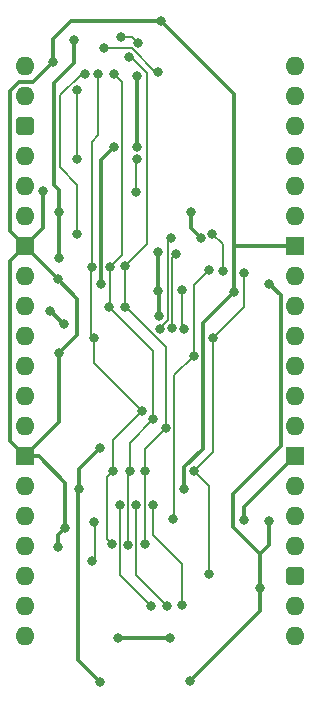
<source format=gbl>
%TF.GenerationSoftware,KiCad,Pcbnew,8.0.4*%
%TF.CreationDate,2024-08-21T09:29:20+02:00*%
%TF.ProjectId,Clock Hold Select,436c6f63-6b20-4486-9f6c-642053656c65,rev?*%
%TF.SameCoordinates,PX54c81a0PY37b6b20*%
%TF.FileFunction,Copper,L2,Bot*%
%TF.FilePolarity,Positive*%
%FSLAX46Y46*%
G04 Gerber Fmt 4.6, Leading zero omitted, Abs format (unit mm)*
G04 Created by KiCad (PCBNEW 8.0.4) date 2024-08-21 09:29:20*
%MOMM*%
%LPD*%
G01*
G04 APERTURE LIST*
G04 Aperture macros list*
%AMRoundRect*
0 Rectangle with rounded corners*
0 $1 Rounding radius*
0 $2 $3 $4 $5 $6 $7 $8 $9 X,Y pos of 4 corners*
0 Add a 4 corners polygon primitive as box body*
4,1,4,$2,$3,$4,$5,$6,$7,$8,$9,$2,$3,0*
0 Add four circle primitives for the rounded corners*
1,1,$1+$1,$2,$3*
1,1,$1+$1,$4,$5*
1,1,$1+$1,$6,$7*
1,1,$1+$1,$8,$9*
0 Add four rect primitives between the rounded corners*
20,1,$1+$1,$2,$3,$4,$5,0*
20,1,$1+$1,$4,$5,$6,$7,0*
20,1,$1+$1,$6,$7,$8,$9,0*
20,1,$1+$1,$8,$9,$2,$3,0*%
G04 Aperture macros list end*
%TA.AperFunction,ComponentPad*%
%ADD10O,1.600000X1.600000*%
%TD*%
%TA.AperFunction,ComponentPad*%
%ADD11RoundRect,0.400000X-0.400000X-0.400000X0.400000X-0.400000X0.400000X0.400000X-0.400000X0.400000X0*%
%TD*%
%TA.AperFunction,ComponentPad*%
%ADD12R,1.600000X1.600000*%
%TD*%
%TA.AperFunction,ViaPad*%
%ADD13C,0.800000*%
%TD*%
%TA.AperFunction,Conductor*%
%ADD14C,0.380000*%
%TD*%
%TA.AperFunction,Conductor*%
%ADD15C,0.200000*%
%TD*%
G04 APERTURE END LIST*
D10*
%TO.P,J1,1,Pin_1*%
%TO.N,unconnected-(J1-Pin_1-Pad1)*%
X0Y0D03*
%TO.P,J1,2,Pin_2*%
%TO.N,unconnected-(J1-Pin_2-Pad2)*%
X0Y-2540000D03*
D11*
%TO.P,J1,3,Pin_3*%
%TO.N,/5V*%
X0Y-5080000D03*
D10*
%TO.P,J1,4,Pin_4*%
%TO.N,unconnected-(J1-Pin_4-Pad4)*%
X0Y-7620000D03*
%TO.P,J1,5,Pin_5*%
%TO.N,unconnected-(J1-Pin_5-Pad5)*%
X0Y-10160000D03*
%TO.P,J1,6,Pin_6*%
%TO.N,/~{Device RAM}*%
X0Y-12700000D03*
D12*
%TO.P,J1,7,Pin_7*%
%TO.N,/GND*%
X0Y-15240000D03*
D10*
%TO.P,J1,8,Pin_8*%
%TO.N,unconnected-(J1-Pin_8-Pad8)*%
X0Y-17780000D03*
%TO.P,J1,9,Pin_9*%
%TO.N,unconnected-(J1-Pin_9-Pad9)*%
X0Y-20320000D03*
%TO.P,J1,10,Pin_10*%
%TO.N,/~{Device Registers}*%
X0Y-22860000D03*
%TO.P,J1,11,Pin_11*%
%TO.N,unconnected-(J1-Pin_11-Pad11)*%
X0Y-25400000D03*
%TO.P,J1,12,Pin_12*%
%TO.N,unconnected-(J1-Pin_12-Pad12)*%
X0Y-27940000D03*
%TO.P,J1,13,Pin_13*%
%TO.N,unconnected-(J1-Pin_13-Pad13)*%
X0Y-30480000D03*
D12*
%TO.P,J1,14,Pin_14*%
%TO.N,/GND*%
X0Y-33020000D03*
D10*
%TO.P,J1,15,Pin_15*%
%TO.N,/~{RD}*%
X0Y-35560000D03*
%TO.P,J1,16,Pin_16*%
%TO.N,/~{WD}*%
X0Y-38100000D03*
%TO.P,J1,17,Pin_17*%
%TO.N,/~{Device ROM}*%
X0Y-40640000D03*
%TO.P,J1,18,Pin_18*%
%TO.N,unconnected-(J1-Pin_18-Pad18)*%
X0Y-43180000D03*
%TO.P,J1,19,Pin_19*%
%TO.N,unconnected-(J1-Pin_19-Pad19)*%
X0Y-45720000D03*
%TO.P,J1,20,Pin_20*%
%TO.N,unconnected-(J1-Pin_20-Pad20)*%
X0Y-48260000D03*
%TO.P,J1,21,Pin_21*%
%TO.N,unconnected-(J1-Pin_21-Pad21)*%
X22860000Y-48260000D03*
%TO.P,J1,22,Pin_22*%
%TO.N,unconnected-(J1-Pin_22-Pad22)*%
X22860000Y-45720000D03*
D11*
%TO.P,J1,23,Pin_23*%
%TO.N,/5V*%
X22860000Y-43180000D03*
D10*
%TO.P,J1,24,Pin_24*%
%TO.N,unconnected-(J1-Pin_24-Pad24)*%
X22860000Y-40640000D03*
%TO.P,J1,25,Pin_25*%
%TO.N,unconnected-(J1-Pin_25-Pad25)*%
X22860000Y-38100000D03*
%TO.P,J1,26,Pin_26*%
%TO.N,unconnected-(J1-Pin_26-Pad26)*%
X22860000Y-35560000D03*
D12*
%TO.P,J1,27,Pin_27*%
%TO.N,/GND*%
X22860000Y-33020000D03*
D10*
%TO.P,J1,28,Pin_28*%
%TO.N,unconnected-(J1-Pin_28-Pad28)*%
X22860000Y-30480000D03*
%TO.P,J1,29,Pin_29*%
%TO.N,/H0*%
X22860000Y-27940000D03*
%TO.P,J1,30,Pin_30*%
%TO.N,/H1*%
X22860000Y-25400000D03*
%TO.P,J1,31,Pin_31*%
%TO.N,/H2*%
X22860000Y-22860000D03*
%TO.P,J1,32,Pin_32*%
%TO.N,unconnected-(J1-Pin_32-Pad32)*%
X22860000Y-20320000D03*
%TO.P,J1,33,Pin_33*%
%TO.N,unconnected-(J1-Pin_33-Pad33)*%
X22860000Y-17780000D03*
D12*
%TO.P,J1,34,Pin_34*%
%TO.N,/GND*%
X22860000Y-15240000D03*
D10*
%TO.P,J1,35,Pin_35*%
%TO.N,unconnected-(J1-Pin_35-Pad35)*%
X22860000Y-12700000D03*
%TO.P,J1,36,Pin_36*%
%TO.N,unconnected-(J1-Pin_36-Pad36)*%
X22860000Y-10160000D03*
%TO.P,J1,37,Pin_37*%
%TO.N,unconnected-(J1-Pin_37-Pad37)*%
X22860000Y-7620000D03*
%TO.P,J1,38,Pin_38*%
%TO.N,unconnected-(J1-Pin_38-Pad38)*%
X22860000Y-5080000D03*
%TO.P,J1,39,Pin_39*%
%TO.N,unconnected-(J1-Pin_39-Pad39)*%
X22860000Y-2540000D03*
%TO.P,J1,40,Pin_40*%
%TO.N,unconnected-(J1-Pin_40-Pad40)*%
X22860000Y0D03*
%TD*%
D13*
%TO.N,/GND*%
X7874000Y-48387000D03*
X12319000Y-48387000D03*
%TO.N,/3.3V*%
X20701000Y-18415000D03*
X13970000Y-52070010D03*
%TO.N,/GND*%
X1524000Y-10541000D03*
X2413000Y381000D03*
X17717892Y-19136384D03*
X2921000Y-24257000D03*
X2794010Y-18034000D03*
X2803992Y-40755000D03*
X13512003Y-35814000D03*
X9525000Y-6858000D03*
X11557000Y3810000D03*
X3429000Y-39116000D03*
X18542000Y-38417500D03*
X11276434Y-19028000D03*
X6463421Y-18477131D03*
X7555000Y-6858000D03*
X11386502Y-21166000D03*
X11303000Y-15748000D03*
X9540440Y-798622D03*
%TO.N,/3.3V*%
X4572000Y-35814000D03*
X3302000Y-21844000D03*
X2159000Y-20701000D03*
X19938970Y-44196000D03*
X14946453Y-14564568D03*
X6350000Y-52108000D03*
X4191004Y2204000D03*
X2921000Y-16256006D03*
X6350002Y-32334000D03*
X2921000Y-12319000D03*
X14097000Y-12319000D03*
X20700989Y-38476077D03*
%TO.N,/~{RAM}+~{RD}*%
X9460000Y-10668000D03*
X9525000Y-7874004D03*
X4445000Y-7874000D03*
X4428008Y-2049000D03*
%TO.N,/H0*%
X10164252Y-40431143D03*
X8823229Y762000D03*
X11938006Y-30621277D03*
X10160000Y-34290000D03*
X8473582Y-16948879D03*
X8509000Y-20385000D03*
%TO.N,/H1*%
X7239002Y-17018008D03*
X7523229Y-635004D03*
X10857229Y-29904686D03*
X8764250Y-40511971D03*
X7145793Y-20418793D03*
X8890000Y-34290000D03*
%TO.N,/H2*%
X5861268Y-22987000D03*
X7493000Y-34290000D03*
X6223000Y-635000D03*
X5659000Y-17041778D03*
X7352980Y-40424056D03*
X9906000Y-29210000D03*
%TO.N,/~{RAM}+~{WD}*%
X4473000Y-14187000D03*
X5080000Y-635000D03*
X15875000Y-14187000D03*
X16764000Y-17321000D03*
%TO.N,/~{RD}*%
X18557892Y-17526000D03*
X14302003Y-34313226D03*
X15953000Y-22987000D03*
X15578846Y-42988000D03*
%TO.N,/~{WD}*%
X15621000Y-17272000D03*
X12573000Y-38316000D03*
X14323000Y-24513875D03*
%TO.N,/RAM WD H2*%
X6721813Y1494179D03*
X11298229Y-477172D03*
%TO.N,/RAM WD H1*%
X8193000Y2485970D03*
X9593000Y1981190D03*
%TO.N,/REG WD H2*%
X12349161Y-14562000D03*
X11432911Y-22228718D03*
%TO.N,/REG WD H1*%
X12827000Y-15875000D03*
X12462020Y-22218323D03*
%TO.N,/REG WD H0*%
X13335000Y-18923000D03*
X13461996Y-22225000D03*
%TO.N,/~{ROM}+~{RD}*%
X5842000Y-38608000D03*
X5715000Y-41910000D03*
%TO.N,/ROM WD H2*%
X8064250Y-37143000D03*
X10668000Y-45720000D03*
%TO.N,/ROM WD H1*%
X9464252Y-37143000D03*
X12065000Y-45720000D03*
%TO.N,/ROM WD H0*%
X13335000Y-45593000D03*
X10886028Y-37143000D03*
%TD*%
D14*
%TO.N,/GND*%
X7874000Y-48387000D02*
X12319000Y-48387000D01*
X22860000Y-15240000D02*
X17717892Y-15240000D01*
X17717892Y-15240000D02*
X17717892Y-19136384D01*
X17717892Y-2350892D02*
X17717892Y-15240000D01*
%TO.N,/3.3V*%
X19938970Y-44196000D02*
X19938970Y-41275000D01*
X21670000Y-19384000D02*
X20701000Y-18415000D01*
X21670000Y-32178000D02*
X21670000Y-19384000D01*
X17653000Y-38989030D02*
X17653000Y-36195000D01*
X17653000Y-36195000D02*
X21670000Y-32178000D01*
X19938970Y-41275000D02*
X17653000Y-38989030D01*
X20701000Y-38476088D02*
X20701000Y-40512970D01*
X20701000Y-40512970D02*
X19938970Y-41275000D01*
X20700989Y-38476077D02*
X20701000Y-38476088D01*
%TO.N,/GND*%
X18542000Y-37338000D02*
X18542000Y-38417500D01*
X22860000Y-33020000D02*
X18542000Y-37338000D01*
%TO.N,/3.3V*%
X4572000Y-34112002D02*
X6350002Y-32334000D01*
X4572000Y-35814000D02*
X4572000Y-34112002D01*
X13970000Y-52070000D02*
X13970000Y-52070010D01*
X19938970Y-44196000D02*
X19938970Y-46101030D01*
X19938970Y-46101030D02*
X13970000Y-52070000D01*
D15*
%TO.N,/~{RD}*%
X15578846Y-42988000D02*
X15578846Y-35590069D01*
X15578846Y-35590069D02*
X14302003Y-34313226D01*
D14*
%TO.N,/GND*%
X2921000Y-30099000D02*
X0Y-33020000D01*
X2921000Y-24257000D02*
X2921000Y-30099000D01*
D15*
%TO.N,/~{RD}*%
X18557892Y-20382108D02*
X18557892Y-17526000D01*
X15953000Y-22987000D02*
X18557892Y-20382108D01*
D14*
%TO.N,/GND*%
X11557000Y3810000D02*
X17717892Y-2350892D01*
D15*
%TO.N,/~{RD}*%
X15953000Y-32662229D02*
X15953000Y-22987000D01*
X14302003Y-34313226D02*
X15953000Y-32662229D01*
D14*
%TO.N,/GND*%
X15113000Y-21741276D02*
X17717892Y-19136384D01*
X13512003Y-33985997D02*
X15113000Y-32385000D01*
X13512003Y-35814000D02*
X13512003Y-33985997D01*
X15113000Y-32385000D02*
X15113000Y-21741276D01*
X6449000Y-18462710D02*
X6449000Y-7964000D01*
X6449000Y-7964000D02*
X7555000Y-6858000D01*
X6463421Y-18477131D02*
X6449000Y-18462710D01*
%TO.N,/3.3V*%
X2921000Y-10461000D02*
X2493000Y-10033000D01*
X2921000Y-12319000D02*
X2921000Y-10461000D01*
X2493000Y-1444000D02*
X2493000Y-10033000D01*
X4191004Y254004D02*
X2493000Y-1444000D01*
X4191004Y2204000D02*
X4191004Y254004D01*
X2921000Y-16256006D02*
X2921000Y-12319000D01*
D15*
%TO.N,/~{RAM}+~{WD}*%
X2983000Y-8571000D02*
X2983000Y-2478000D01*
X4473000Y-10061000D02*
X2983000Y-8571000D01*
X4826000Y-635000D02*
X5080000Y-635000D01*
X4473000Y-14187000D02*
X4473000Y-10061000D01*
X2983000Y-2478000D02*
X4826000Y-635000D01*
D14*
%TO.N,/GND*%
X1524000Y-13716000D02*
X1524000Y-10541000D01*
X0Y-15240000D02*
X1524000Y-13716000D01*
D15*
%TO.N,/H2*%
X6223000Y-5842000D02*
X6223000Y-635000D01*
X5659000Y-6406000D02*
X6223000Y-5842000D01*
X5659000Y-17041778D02*
X5659000Y-6406000D01*
D14*
%TO.N,/GND*%
X9540440Y-6842560D02*
X9525000Y-6858000D01*
X9540440Y-798622D02*
X9540440Y-6842560D01*
D15*
%TO.N,/~{RAM}+~{RD}*%
X9460000Y-7939004D02*
X9525000Y-7874004D01*
X9460000Y-10668000D02*
X9460000Y-7939004D01*
X4445000Y-2065992D02*
X4445000Y-7874000D01*
X4428008Y-2049000D02*
X4445000Y-2065992D01*
%TO.N,/REG WD H0*%
X13335000Y-22098004D02*
X13335000Y-18923000D01*
X13461996Y-22225000D02*
X13335000Y-22098004D01*
D14*
%TO.N,/GND*%
X4445000Y-19685000D02*
X4445000Y-22733000D01*
X2794010Y-18034010D02*
X4445000Y-19685000D01*
X2794010Y-18034000D02*
X2794010Y-18034010D01*
X4445000Y-22733000D02*
X2921000Y-24257000D01*
X-1270000Y-16510000D02*
X-1270000Y-31750000D01*
X0Y-15240000D02*
X-1270000Y-16510000D01*
X-1270000Y-31750000D02*
X0Y-33020000D01*
X-1270000Y-13970000D02*
X0Y-15240000D01*
X-1270000Y-2127085D02*
X-1270000Y-13970000D01*
X-476415Y-1333500D02*
X-1270000Y-2127085D01*
X698500Y-1333500D02*
X-476415Y-1333500D01*
X2413000Y381000D02*
X698500Y-1333500D01*
X3937000Y3810000D02*
X2413000Y2286000D01*
X2413000Y2286000D02*
X2413000Y381000D01*
X11557000Y3810000D02*
X3937000Y3810000D01*
D15*
%TO.N,/REG WD H1*%
X12508000Y-16194000D02*
X12827000Y-15875000D01*
X12508000Y-22172343D02*
X12508000Y-16194000D01*
X12462020Y-22218323D02*
X12508000Y-22172343D01*
D14*
%TO.N,/3.3V*%
X14097000Y-13715115D02*
X14097000Y-12319000D01*
X14946453Y-14564568D02*
X14097000Y-13715115D01*
D15*
%TO.N,/~{RAM}+~{WD}*%
X15875000Y-14187000D02*
X16764000Y-15076000D01*
X16764000Y-15076000D02*
X16764000Y-17321000D01*
%TO.N,/~{WD}*%
X14323000Y-18570000D02*
X15621000Y-17272000D01*
X14323000Y-24513875D02*
X14323000Y-18570000D01*
D14*
%TO.N,/GND*%
X2803992Y-39741008D02*
X2803992Y-40755000D01*
X3429000Y-39116000D02*
X2803992Y-39741008D01*
X1180000Y-33020000D02*
X3429000Y-35269000D01*
X0Y-33020000D02*
X1180000Y-33020000D01*
X3429000Y-35269000D02*
X3429000Y-39116000D01*
D15*
%TO.N,/~{ROM}+~{RD}*%
X5842000Y-38735000D02*
X5842000Y-38608000D01*
X5966549Y-38859549D02*
X5842000Y-38735000D01*
X5715000Y-41910000D02*
X5966549Y-41658451D01*
X5966549Y-41658451D02*
X5966549Y-38859549D01*
%TO.N,/H2*%
X6985000Y-40056076D02*
X6985000Y-34798000D01*
X6985000Y-34798000D02*
X7493000Y-34290000D01*
X7352980Y-40424056D02*
X6985000Y-40056076D01*
%TO.N,/H0*%
X10186028Y-34316028D02*
X10160000Y-34290000D01*
X10164252Y-40431143D02*
X10186028Y-40409367D01*
%TO.N,/ROM WD H0*%
X10886028Y-39670367D02*
X10886028Y-37143000D01*
%TO.N,/H0*%
X10186028Y-40409367D02*
X10186028Y-34316028D01*
%TO.N,/ROM WD H0*%
X13335000Y-42119339D02*
X10886028Y-39670367D01*
X13335000Y-45593000D02*
X13335000Y-42119339D01*
%TO.N,/H1*%
X8764250Y-34415750D02*
X8890000Y-34290000D01*
X8764250Y-40511971D02*
X8764250Y-34415750D01*
%TO.N,/ROM WD H1*%
X9464252Y-43119252D02*
X9464252Y-37143000D01*
X12065000Y-45720000D02*
X9464252Y-43119252D01*
D14*
%TO.N,/3.3V*%
X4494000Y-35892000D02*
X4494000Y-50252000D01*
X4572000Y-35814000D02*
X4494000Y-35892000D01*
X4494000Y-50252000D02*
X6350000Y-52108000D01*
D15*
%TO.N,/~{WD}*%
X12648500Y-26188375D02*
X12648500Y-38240500D01*
X12648500Y-38240500D02*
X12573000Y-38316000D01*
X14323000Y-24513875D02*
X12648500Y-26188375D01*
D14*
%TO.N,/3.3V*%
X2159000Y-20701000D02*
X3302000Y-21844000D01*
%TO.N,/GND*%
X0Y-15240000D02*
X2794000Y-18034000D01*
X2794000Y-18034000D02*
X2794010Y-18034000D01*
X11303000Y-15748000D02*
X11303000Y-19001434D01*
X11386502Y-19138068D02*
X11386502Y-21166000D01*
X11303000Y-19001434D02*
X11276434Y-19028000D01*
X11276434Y-19028000D02*
X11386502Y-19138068D01*
D15*
%TO.N,/H0*%
X10349000Y-15073461D02*
X10349000Y-617232D01*
X8473582Y-16948879D02*
X10349000Y-15073461D01*
X8969768Y762000D02*
X8823229Y762000D01*
X11938006Y-30621277D02*
X11938006Y-23749002D01*
X8509000Y-16984297D02*
X8473582Y-16948879D01*
X8574004Y-20385000D02*
X8509000Y-20385000D01*
X8509000Y-20385000D02*
X8509000Y-16984297D01*
X10349000Y-617232D02*
X8969768Y762000D01*
X10160000Y-34290000D02*
X10160000Y-32399283D01*
X11938006Y-23749002D02*
X8574004Y-20385000D01*
X10160000Y-32399283D02*
X11938006Y-30621277D01*
%TO.N,/H1*%
X7239000Y-20325586D02*
X7145793Y-20418793D01*
X7239000Y-17018006D02*
X8255000Y-16002006D01*
X8255000Y-16002006D02*
X8255000Y-1366775D01*
X7239000Y-17018006D02*
X7239000Y-20325586D01*
X8890000Y-31871915D02*
X10857229Y-29904686D01*
X10857229Y-24130229D02*
X7145793Y-20418793D01*
X7239000Y-17018006D02*
X7239002Y-17018008D01*
X8255000Y-1366775D02*
X7523229Y-635004D01*
X8890000Y-34290000D02*
X8890000Y-31871915D01*
X10857229Y-29904686D02*
X10857229Y-24130229D01*
%TO.N,/H2*%
X9906000Y-29210000D02*
X5861268Y-25165268D01*
X5861268Y-25165268D02*
X5861268Y-22987000D01*
X7493000Y-34290000D02*
X7493000Y-31623000D01*
X7493000Y-31623000D02*
X9906000Y-29210000D01*
X5588000Y-17112778D02*
X5588000Y-22713732D01*
X5659000Y-17041778D02*
X5588000Y-17112778D01*
X5588000Y-22713732D02*
X5861268Y-22987000D01*
%TO.N,/RAM WD H2*%
X11052351Y-477172D02*
X9081000Y1494179D01*
X11298229Y-477172D02*
X11052351Y-477172D01*
X9081000Y1494179D02*
X6721813Y1494179D01*
%TO.N,/RAM WD H1*%
X8193000Y2485970D02*
X9088220Y2485970D01*
X9088220Y2485970D02*
X9593000Y1981190D01*
%TO.N,/REG WD H2*%
X12108000Y-14803161D02*
X12349161Y-14562000D01*
X11432911Y-22183139D02*
X12108000Y-21508050D01*
X12108000Y-21508050D02*
X12108000Y-14803161D01*
X11432911Y-22228718D02*
X11432911Y-22183139D01*
%TO.N,/ROM WD H2*%
X10668000Y-45720000D02*
X8052979Y-43104979D01*
X8052979Y-43104979D02*
X8052979Y-37154271D01*
X8052979Y-37154271D02*
X8064250Y-37143000D01*
%TD*%
M02*

</source>
